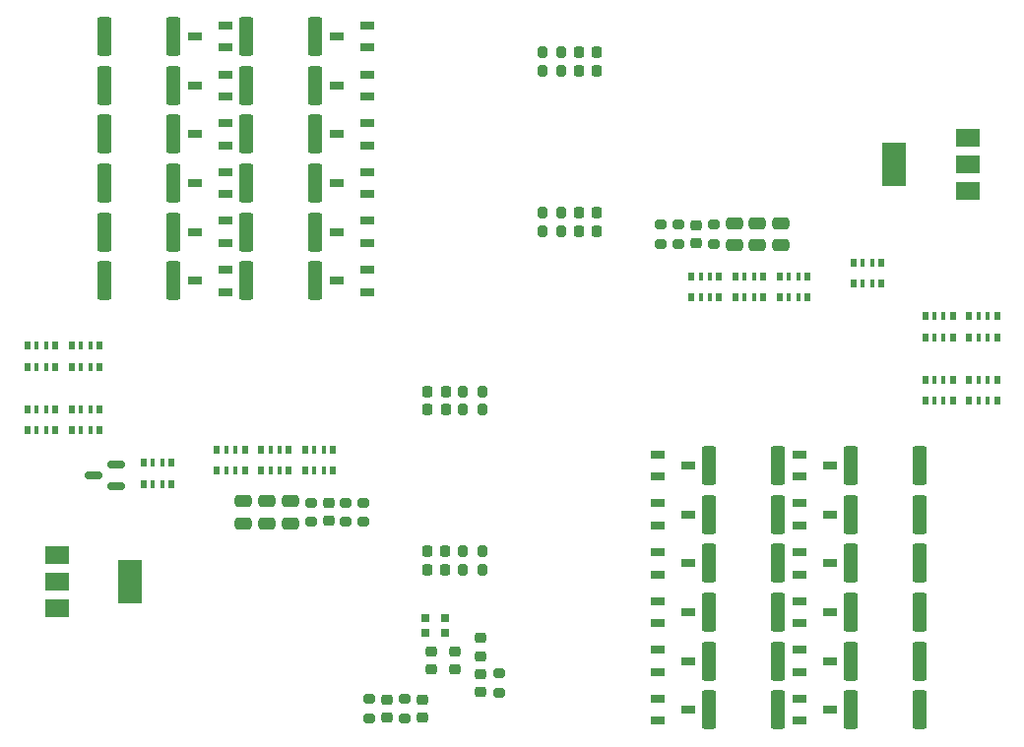
<source format=gbp>
%TF.GenerationSoftware,KiCad,Pcbnew,(6.0.9)*%
%TF.CreationDate,2023-03-24T14:57:06+01:00*%
%TF.ProjectId,bms_monitor,626d735f-6d6f-46e6-9974-6f722e6b6963,rev?*%
%TF.SameCoordinates,Original*%
%TF.FileFunction,Paste,Bot*%
%TF.FilePolarity,Positive*%
%FSLAX46Y46*%
G04 Gerber Fmt 4.6, Leading zero omitted, Abs format (unit mm)*
G04 Created by KiCad (PCBNEW (6.0.9)) date 2023-03-24 14:57:06*
%MOMM*%
%LPD*%
G01*
G04 APERTURE LIST*
G04 Aperture macros list*
%AMRoundRect*
0 Rectangle with rounded corners*
0 $1 Rounding radius*
0 $2 $3 $4 $5 $6 $7 $8 $9 X,Y pos of 4 corners*
0 Add a 4 corners polygon primitive as box body*
4,1,4,$2,$3,$4,$5,$6,$7,$8,$9,$2,$3,0*
0 Add four circle primitives for the rounded corners*
1,1,$1+$1,$2,$3*
1,1,$1+$1,$4,$5*
1,1,$1+$1,$6,$7*
1,1,$1+$1,$8,$9*
0 Add four rect primitives between the rounded corners*
20,1,$1+$1,$2,$3,$4,$5,0*
20,1,$1+$1,$4,$5,$6,$7,0*
20,1,$1+$1,$6,$7,$8,$9,0*
20,1,$1+$1,$8,$9,$2,$3,0*%
G04 Aperture macros list end*
%ADD10RoundRect,0.150000X0.587500X0.150000X-0.587500X0.150000X-0.587500X-0.150000X0.587500X-0.150000X0*%
%ADD11RoundRect,0.250000X0.362500X1.425000X-0.362500X1.425000X-0.362500X-1.425000X0.362500X-1.425000X0*%
%ADD12R,1.220000X0.650000*%
%ADD13RoundRect,0.250000X-0.362500X-1.425000X0.362500X-1.425000X0.362500X1.425000X-0.362500X1.425000X0*%
%ADD14RoundRect,0.200000X0.200000X0.275000X-0.200000X0.275000X-0.200000X-0.275000X0.200000X-0.275000X0*%
%ADD15R,0.500000X0.800000*%
%ADD16R,0.400000X0.800000*%
%ADD17RoundRect,0.250000X-0.475000X0.250000X-0.475000X-0.250000X0.475000X-0.250000X0.475000X0.250000X0*%
%ADD18RoundRect,0.200000X-0.275000X0.200000X-0.275000X-0.200000X0.275000X-0.200000X0.275000X0.200000X0*%
%ADD19RoundRect,0.200000X-0.200000X-0.275000X0.200000X-0.275000X0.200000X0.275000X-0.200000X0.275000X0*%
%ADD20RoundRect,0.225000X0.250000X-0.225000X0.250000X0.225000X-0.250000X0.225000X-0.250000X-0.225000X0*%
%ADD21RoundRect,0.225000X-0.225000X-0.250000X0.225000X-0.250000X0.225000X0.250000X-0.225000X0.250000X0*%
%ADD22R,2.000000X1.500000*%
%ADD23R,2.000000X3.800000*%
%ADD24RoundRect,0.187500X0.187500X-0.187500X0.187500X0.187500X-0.187500X0.187500X-0.187500X-0.187500X0*%
%ADD25RoundRect,0.200000X0.275000X-0.200000X0.275000X0.200000X-0.275000X0.200000X-0.275000X-0.200000X0*%
%ADD26RoundRect,0.225000X-0.250000X0.225000X-0.250000X-0.225000X0.250000X-0.225000X0.250000X0.225000X0*%
%ADD27RoundRect,0.250000X0.475000X-0.250000X0.475000X0.250000X-0.475000X0.250000X-0.475000X-0.250000X0*%
%ADD28RoundRect,0.225000X0.225000X0.250000X-0.225000X0.250000X-0.225000X-0.250000X0.225000X-0.250000X0*%
G04 APERTURE END LIST*
D10*
X103401100Y-102377200D03*
X103401100Y-104277200D03*
X101526100Y-103327200D03*
D11*
X108362500Y-69800000D03*
X102437500Y-69800000D03*
D12*
X162190000Y-120250000D03*
X162190000Y-118350000D03*
X164810000Y-119300000D03*
X112810000Y-73050000D03*
X112810000Y-74950000D03*
X110190000Y-74000000D03*
X162190000Y-111850000D03*
X162190000Y-109950000D03*
X164810000Y-110900000D03*
D13*
X154437500Y-115100000D03*
X160362500Y-115100000D03*
D14*
X134925000Y-96100000D03*
X133275000Y-96100000D03*
D15*
X169246400Y-86817200D03*
D16*
X168446400Y-86817200D03*
X167646400Y-86817200D03*
D15*
X166846400Y-86817200D03*
X166846400Y-85017200D03*
D16*
X167646400Y-85017200D03*
X168446400Y-85017200D03*
D15*
X169246400Y-85017200D03*
D17*
X116400000Y-105550000D03*
X116400000Y-107450000D03*
D13*
X154437500Y-106700000D03*
X160362500Y-106700000D03*
X166637500Y-119300000D03*
X172562500Y-119300000D03*
D15*
X175400000Y-91450000D03*
D16*
X174600000Y-91450000D03*
X173800000Y-91450000D03*
D15*
X173000000Y-91450000D03*
X173000000Y-89650000D03*
D16*
X173800000Y-89650000D03*
X174600000Y-89650000D03*
D15*
X175400000Y-89650000D03*
D18*
X123200000Y-105675000D03*
X123200000Y-107325000D03*
D12*
X162190000Y-124450000D03*
X162190000Y-122550000D03*
X164810000Y-123500000D03*
D13*
X166637500Y-110900000D03*
X172562500Y-110900000D03*
D18*
X136347200Y-120383800D03*
X136347200Y-122033800D03*
D19*
X140075000Y-68500000D03*
X141725000Y-68500000D03*
D15*
X159100000Y-88000000D03*
D16*
X158300000Y-88000000D03*
X157500000Y-88000000D03*
D15*
X156700000Y-88000000D03*
X156700000Y-86200000D03*
D16*
X157500000Y-86200000D03*
X158300000Y-86200000D03*
D15*
X159100000Y-86200000D03*
D20*
X130505200Y-120053400D03*
X130505200Y-118503400D03*
D19*
X133250000Y-111500000D03*
X134900000Y-111500000D03*
D13*
X154437500Y-123500000D03*
X160362500Y-123500000D03*
D12*
X125010000Y-77250000D03*
X125010000Y-79150000D03*
X122390000Y-78200000D03*
D15*
X179200000Y-91450000D03*
D16*
X178400000Y-91450000D03*
X177600000Y-91450000D03*
D15*
X176800000Y-91450000D03*
X176800000Y-89650000D03*
D16*
X177600000Y-89650000D03*
X178400000Y-89650000D03*
D15*
X179200000Y-89650000D03*
D11*
X108362500Y-74000000D03*
X102437500Y-74000000D03*
D12*
X112810000Y-77250000D03*
X112810000Y-79150000D03*
X110190000Y-78200000D03*
D21*
X143225000Y-66900000D03*
X144775000Y-66900000D03*
D11*
X108362500Y-78200000D03*
X102437500Y-78200000D03*
D14*
X141725000Y-66900000D03*
X140075000Y-66900000D03*
D12*
X112810000Y-68850000D03*
X112810000Y-70750000D03*
X110190000Y-69800000D03*
D11*
X120562500Y-82400000D03*
X114637500Y-82400000D03*
D15*
X99600000Y-97650000D03*
D16*
X100400000Y-97650000D03*
X101200000Y-97650000D03*
D15*
X102000000Y-97650000D03*
X102000000Y-99450000D03*
D16*
X101200000Y-99450000D03*
X100400000Y-99450000D03*
D15*
X99600000Y-99450000D03*
D12*
X149990000Y-107650000D03*
X149990000Y-105750000D03*
X152610000Y-106700000D03*
X125010000Y-68850000D03*
X125010000Y-70750000D03*
X122390000Y-69800000D03*
D15*
X95800000Y-97650000D03*
D16*
X96600000Y-97650000D03*
X97400000Y-97650000D03*
D15*
X98200000Y-97650000D03*
X98200000Y-99450000D03*
D16*
X97400000Y-99450000D03*
X96600000Y-99450000D03*
D15*
X95800000Y-99450000D03*
D12*
X149990000Y-116050000D03*
X149990000Y-114150000D03*
X152610000Y-115100000D03*
D13*
X154437500Y-102500000D03*
X160362500Y-102500000D03*
D12*
X112810000Y-64650000D03*
X112810000Y-66550000D03*
X110190000Y-65600000D03*
D15*
X115900000Y-101100000D03*
D16*
X116700000Y-101100000D03*
X117500000Y-101100000D03*
D15*
X118300000Y-101100000D03*
X118300000Y-102900000D03*
D16*
X117500000Y-102900000D03*
X116700000Y-102900000D03*
D15*
X115900000Y-102900000D03*
D13*
X154437500Y-110900000D03*
X160362500Y-110900000D03*
X166637500Y-106700000D03*
X172562500Y-106700000D03*
D15*
X155300000Y-88000000D03*
D16*
X154500000Y-88000000D03*
X153700000Y-88000000D03*
D15*
X152900000Y-88000000D03*
X152900000Y-86200000D03*
D16*
X153700000Y-86200000D03*
X154500000Y-86200000D03*
D15*
X155300000Y-86200000D03*
D17*
X118400000Y-105550000D03*
X118400000Y-107450000D03*
D20*
X134772400Y-118885000D03*
X134772400Y-117335000D03*
D15*
X102000000Y-94000000D03*
D16*
X101200000Y-94000000D03*
X100400000Y-94000000D03*
D15*
X99600000Y-94000000D03*
X99600000Y-92200000D03*
D16*
X100400000Y-92200000D03*
X101200000Y-92200000D03*
D15*
X102000000Y-92200000D03*
X105784800Y-102274800D03*
D16*
X106584800Y-102274800D03*
X107384800Y-102274800D03*
D15*
X108184800Y-102274800D03*
X108184800Y-104074800D03*
D16*
X107384800Y-104074800D03*
X106584800Y-104074800D03*
D15*
X105784800Y-104074800D03*
D14*
X134900000Y-109900000D03*
X133250000Y-109900000D03*
D22*
X98350000Y-114800000D03*
D23*
X104650000Y-112500000D03*
D22*
X98350000Y-112500000D03*
X98350000Y-110200000D03*
D24*
X131685800Y-116906200D03*
X130035800Y-116906200D03*
X130035800Y-115656200D03*
X131685800Y-115656200D03*
D21*
X143250000Y-80700000D03*
X144800000Y-80700000D03*
D12*
X125010000Y-64650000D03*
X125010000Y-66550000D03*
X122390000Y-65600000D03*
X149990000Y-124450000D03*
X149990000Y-122550000D03*
X152610000Y-123500000D03*
D25*
X125171200Y-124218200D03*
X125171200Y-122568200D03*
D15*
X176800000Y-95100000D03*
D16*
X177600000Y-95100000D03*
X178400000Y-95100000D03*
D15*
X179200000Y-95100000D03*
X179200000Y-96900000D03*
D16*
X178400000Y-96900000D03*
X177600000Y-96900000D03*
D15*
X176800000Y-96900000D03*
D21*
X143250000Y-82300000D03*
X144800000Y-82300000D03*
D12*
X112810000Y-81450000D03*
X112810000Y-83350000D03*
X110190000Y-82400000D03*
D26*
X134772400Y-120433800D03*
X134772400Y-121983800D03*
D13*
X166637500Y-102500000D03*
X172562500Y-102500000D03*
D27*
X160600000Y-83550000D03*
X160600000Y-81650000D03*
D12*
X162190000Y-103450000D03*
X162190000Y-101550000D03*
X164810000Y-102500000D03*
X125010000Y-73050000D03*
X125010000Y-74950000D03*
X122390000Y-74000000D03*
D15*
X119700000Y-101100000D03*
D16*
X120500000Y-101100000D03*
X121300000Y-101100000D03*
D15*
X122100000Y-101100000D03*
X122100000Y-102900000D03*
D16*
X121300000Y-102900000D03*
X120500000Y-102900000D03*
D15*
X119700000Y-102900000D03*
D13*
X154437500Y-119300000D03*
X160362500Y-119300000D03*
X166637500Y-123500000D03*
X172562500Y-123500000D03*
D28*
X131750000Y-109900000D03*
X130200000Y-109900000D03*
D12*
X162190000Y-107650000D03*
X162190000Y-105750000D03*
X164810000Y-106700000D03*
D20*
X129743200Y-124168200D03*
X129743200Y-122618200D03*
D12*
X112810000Y-85650000D03*
X112810000Y-87550000D03*
X110190000Y-86600000D03*
D15*
X162900000Y-88000000D03*
D16*
X162100000Y-88000000D03*
X161300000Y-88000000D03*
D15*
X160500000Y-88000000D03*
X160500000Y-86200000D03*
D16*
X161300000Y-86200000D03*
X162100000Y-86200000D03*
D15*
X162900000Y-86200000D03*
D12*
X149990000Y-103450000D03*
X149990000Y-101550000D03*
X152610000Y-102500000D03*
D15*
X173000000Y-95100000D03*
D16*
X173800000Y-95100000D03*
X174600000Y-95100000D03*
D15*
X175400000Y-95100000D03*
X175400000Y-96900000D03*
D16*
X174600000Y-96900000D03*
X173800000Y-96900000D03*
D15*
X173000000Y-96900000D03*
D28*
X131775000Y-97700000D03*
X130225000Y-97700000D03*
D26*
X153300000Y-81825000D03*
X153300000Y-83375000D03*
D14*
X141750000Y-80700000D03*
X140100000Y-80700000D03*
D12*
X125010000Y-81450000D03*
X125010000Y-83350000D03*
X122390000Y-82400000D03*
D11*
X108362500Y-82400000D03*
X102437500Y-82400000D03*
D12*
X149990000Y-120250000D03*
X149990000Y-118350000D03*
X152610000Y-119300000D03*
D11*
X120562500Y-86600000D03*
X114637500Y-86600000D03*
D25*
X151800000Y-83425000D03*
X151800000Y-81775000D03*
D15*
X98200000Y-94000000D03*
D16*
X97400000Y-94000000D03*
X96600000Y-94000000D03*
D15*
X95800000Y-94000000D03*
X95800000Y-92200000D03*
D16*
X96600000Y-92200000D03*
X97400000Y-92200000D03*
D15*
X98200000Y-92200000D03*
D28*
X131750000Y-111500000D03*
X130200000Y-111500000D03*
D20*
X121700000Y-107275000D03*
X121700000Y-105725000D03*
D25*
X120200000Y-107325000D03*
X120200000Y-105675000D03*
D21*
X143225000Y-68500000D03*
X144775000Y-68500000D03*
D25*
X150300000Y-83425000D03*
X150300000Y-81775000D03*
D26*
X126695200Y-122618200D03*
X126695200Y-124168200D03*
D13*
X166637500Y-115100000D03*
X172562500Y-115100000D03*
D11*
X120562500Y-69800000D03*
X114637500Y-69800000D03*
X108362500Y-65600000D03*
X102437500Y-65600000D03*
D18*
X154800000Y-81775000D03*
X154800000Y-83425000D03*
D26*
X132588000Y-118452600D03*
X132588000Y-120002600D03*
D11*
X108362500Y-86600000D03*
X102437500Y-86600000D03*
D28*
X131775000Y-96100000D03*
X130225000Y-96100000D03*
D11*
X120562500Y-65600000D03*
X114637500Y-65600000D03*
D22*
X176650000Y-74300000D03*
D23*
X170350000Y-76600000D03*
D22*
X176650000Y-76600000D03*
X176650000Y-78900000D03*
D19*
X133275000Y-97700000D03*
X134925000Y-97700000D03*
D18*
X124700000Y-105675000D03*
X124700000Y-107325000D03*
D27*
X156600000Y-83550000D03*
X156600000Y-81650000D03*
D11*
X120562500Y-78200000D03*
X114637500Y-78200000D03*
D12*
X125010000Y-85650000D03*
X125010000Y-87550000D03*
X122390000Y-86600000D03*
D25*
X128219200Y-124218200D03*
X128219200Y-122568200D03*
D19*
X140100000Y-82300000D03*
X141750000Y-82300000D03*
D12*
X149990000Y-111850000D03*
X149990000Y-109950000D03*
X152610000Y-110900000D03*
D27*
X158600000Y-83550000D03*
X158600000Y-81650000D03*
D17*
X114400000Y-105550000D03*
X114400000Y-107450000D03*
D12*
X162190000Y-116050000D03*
X162190000Y-114150000D03*
X164810000Y-115100000D03*
D15*
X112100000Y-101100000D03*
D16*
X112900000Y-101100000D03*
X113700000Y-101100000D03*
D15*
X114500000Y-101100000D03*
X114500000Y-102900000D03*
D16*
X113700000Y-102900000D03*
X112900000Y-102900000D03*
D15*
X112100000Y-102900000D03*
D11*
X120562500Y-74000000D03*
X114637500Y-74000000D03*
M02*

</source>
